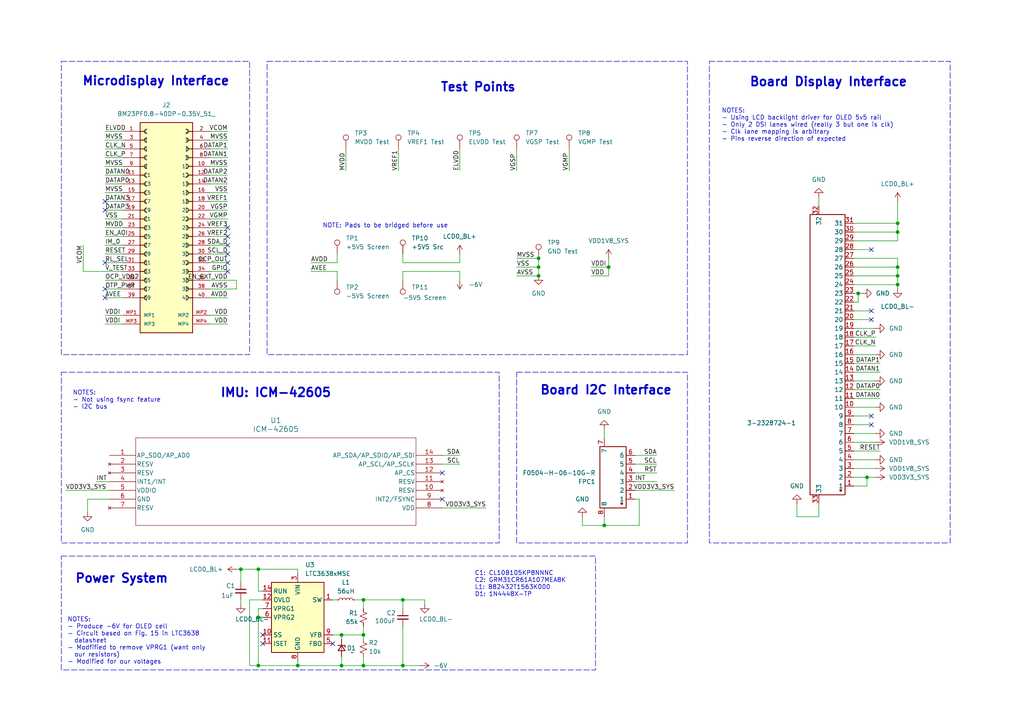
<source format=kicad_sch>
(kicad_sch (version 20250114) (generator "eeschema") (generator_version "9.0")
  (paper "A4")
  (title_block (title "E90 Microdisplay Adapter") (rev "0") (company "Swarthmore College") (comment 1 "Authors: Thomas Makin, Xezel Peshlakai"))
  (lib_symbols
    (symbol "2025-04-06_22-45-15:ICM-42605" (pin_names (offset 0.254))
      (property "Reference" "U" (at 48.26 10.16 0))
      (property "Value" "ICM-42605" (at 48.26 7.62 0))
      (symbol "ICM-42605_0_1"
        (polyline (pts (xy 7.62 5.08) (xy 7.62 -20.32)) (stroke (width 0.127)))
        (polyline (pts (xy 7.62 -20.32) (xy 88.9 -20.32)) (stroke (width 0.127)))
        (polyline (pts (xy 88.9 5.08) (xy 7.62 5.08)) (stroke (width 0.127)))
        (polyline (pts (xy 88.9 -20.32) (xy 88.9 5.08)) (stroke (width 0.127)))
        (pin bidirectional line (at 0 0 0) (length 7.62) (name "AP_SDO/AP_AD0") (number "1"))
        (pin no_connect line (at 0 -2.54 0) (length 7.62) (name "RESV") (number "2"))
        (pin no_connect line (at 0 -5.08 0) (length 7.62) (name "RESV") (number "3"))
        (pin bidirectional line (at 0 -7.62 0) (length 7.62) (name "INT1/INT") (number "4"))
        (pin power_in line (at 0 -10.16 0) (length 7.62) (name "VDDIO") (number "5"))
        (pin power_out line (at 0 -12.7 0) (length 7.62) (name "GND") (number "6"))
        (pin no_connect line (at 0 -15.24 0) (length 7.62) (name "RESV") (number "7"))
        (pin unspecified line (at 96.52 0 180) (length 7.62) (name "AP_SDA/AP_SDIO/AP_SDI") (number "14"))
        (pin unspecified line (at 96.52 -2.54 180) (length 7.62) (name "AP_SCL/AP_SCLK") (number "13"))
        (pin unspecified line (at 96.52 -5.08 180) (length 7.62) (name "AP_CS") (number "12"))
        (pin no_connect line (at 96.52 -7.62 180) (length 7.62) (name "RESV") (number "11"))
        (pin no_connect line (at 96.52 -10.16 180) (length 7.62) (name "RESV") (number "10"))
        (pin bidirectional line (at 96.52 -12.7 180) (length 7.62) (name "INT2/FSYNC") (number "9"))
        (pin power_in line (at 96.52 -15.24 180) (length 7.62) (name "VDD") (number "8"))
      )
    )
    (symbol "BM23PF0.8-40DS-0.35V_51_:BM23PF0.8-40DS-0.35V_51_" (pin_names (offset 1.016))
      (property "Reference" "J2" (at 0 33.02 0))
      (property "Value" "BM23PF0.8-40DP-0.35V_51_" (at 0 30.48 0))
      (symbol "BM23PF0.8-40DS-0.35V_51__0_0"
        (polyline (pts (xy -7.62 25.4) (xy -6.35 25.4)) (stroke (width 0.254)))
        (polyline (pts (xy -7.62 22.86) (xy -6.35 22.86)) (stroke (width 0.254)))
        (polyline (pts (xy -7.62 20.32) (xy -6.35 20.32)) (stroke (width 0.254)))
        (polyline (pts (xy -7.62 17.78) (xy -6.35 17.78)) (stroke (width 0.254)))
        (polyline (pts (xy -7.62 15.24) (xy -6.35 15.24)) (stroke (width 0.254)))
        (polyline (pts (xy -7.62 12.7) (xy -6.35 12.7)) (stroke (width 0.254)))
        (polyline (pts (xy -7.62 10.16) (xy -6.35 10.16)) (stroke (width 0.254)))
        (polyline (pts (xy -7.62 7.62) (xy -6.35 7.62)) (stroke (width 0.254)))
        (polyline (pts (xy -7.62 5.08) (xy -6.35 5.08)) (stroke (width 0.254)))
        (polyline (pts (xy -7.62 2.54) (xy -6.35 2.54)) (stroke (width 0.254)))
        (polyline (pts (xy -7.62 0) (xy -6.35 0)) (stroke (width 0.254)))
        (polyline (pts (xy -7.62 -2.54) (xy -6.35 -2.54)) (stroke (width 0.254)))
        (polyline (pts (xy -7.62 -5.08) (xy -6.35 -5.08)) (stroke (width 0.254)))
        (polyline (pts (xy -7.62 -7.62) (xy -6.35 -7.62)) (stroke (width 0.254)))
        (polyline (pts (xy -7.62 -10.16) (xy -6.35 -10.16)) (stroke (width 0.254)))
        (polyline (pts (xy -7.62 -12.7) (xy -6.35 -12.7)) (stroke (width 0.254)))
        (polyline (pts (xy -7.62 -15.24) (xy -6.35 -15.24)) (stroke (width 0.254)))
        (polyline (pts (xy -7.62 -17.78) (xy -6.35 -17.78)) (stroke (width 0.254)))
        (polyline (pts (xy -7.62 -20.32) (xy -6.35 -20.32)) (stroke (width 0.254)))
        (polyline (pts (xy -7.62 -22.86) (xy -6.35 -22.86)) (stroke (width 0.254)))
        (rectangle (start -7.62 -33.02) (end 7.62 27.94) (stroke (width 0.254)) (fill (type background)))
        (arc (start -5.715 24.765) (mid -6.3472 25.4) (end -5.715 26.035) (stroke (width 0.254)))
        (arc (start -5.715 22.225) (mid -6.3472 22.86) (end -5.715 23.495) (stroke (width 0.254)))
        (arc (start -5.715 19.685) (mid -6.3472 20.32) (end -5.715 20.955) (stroke (width 0.254)))
        (arc (start -5.715 17.145) (mid -6.3472 17.78) (end -5.715 18.415) (stroke (width 0.254)))
        (arc (start -5.715 14.605) (mid -6.3472 15.24) (end -5.715 15.875) (stroke (width 0.254)))
        (arc (start -5.715 12.065) (mid -6.3472 12.7) (end -5.715 13.335) (stroke (width 0.254)))
        (arc (start -5.715 9.525) (mid -6.3472 10.16) (end -5.715 10.795) (stroke (width 0.254)))
        (arc (start -5.715 6.985) (mid -6.3472 7.62) (end -5.715 8.255) (stroke (width 0.254)))
        (arc (start -5.715 4.445) (mid -6.3472 5.08) (end -5.715 5.715) (stroke (width 0.254)))
        (arc (start -5.715 1.905) (mid -6.3472 2.54) (end -5.715 3.175) (stroke (width 0.254)))
        (arc (start -5.715 -0.635) (mid -6.3472 0) (end -5.715 0.635) (stroke (width 0.254)))
        (arc (start -5.715 -3.175) (mid -6.3472 -2.54) (end -5.715 -1.905) (stroke (width 0.254)))
        (arc (start -5.715 -5.715) (mid -6.3472 -5.08) (end -5.715 -4.445) (stroke (width 0.254)))
        (arc (start -5.715 -8.255) (mid -6.3472 -7.62) (end -5.715 -6.985) (stroke (width 0.254)))
        (arc (start -5.715 -10.795) (mid -6.3472 -10.16) (end -5.715 -9.525) (stroke (width 0.254)))
        (arc (start -5.715 -13.335) (mid -6.3472 -12.7) (end -5.715 -12.065) (stroke (width 0.254)))
        (arc (start -5.715 -15.875) (mid -6.3472 -15.24) (end -5.715 -14.605) (stroke (width 0.254)))
        (arc (start -5.715 -18.415) (mid -6.3472 -17.78) (end -5.715 -17.145) (stroke (width 0.254)))
        (arc (start -5.715 -20.955) (mid -6.3472 -20.32) (end -5.715 -19.685) (stroke (width 0.254)))
        (arc (start -5.715 -23.495) (mid -6.3472 -22.86) (end -5.715 -22.225) (stroke (width 0.254)))
        (arc (start 5.715 26.035) (mid 6.3472 25.4) (end 5.715 24.765) (stroke (width 0.254)))
        (arc (start 5.715 23.495) (mid 6.3472 22.86) (end 5.715 22.225) (stroke (width 0.254)))
        (arc (start 5.715 20.955) (mid 6.3472 20.32) (end 5.715 19.685) (stroke (width 0.254)))
        (arc (start 5.715 18.415) (mid 6.3472 17.78) (end 5.715 17.145) (stroke (width 0.254)))
        (arc (start 5.715 15.875) (mid 6.3472 15.24) (end 5.715 14.605) (stroke (width 0.254)))
        (arc (start 5.715 13.335) (mid 6.3472 12.7) (end 5.715 12.065) (stroke (width 0.254)))
        (arc (start 5.715 10.795) (mid 6.3472 10.16) (end 5.715 9.525) (stroke (width 0.254)))
        (arc (start 5.715 8.255) (mid 6.3472 7.62) (end 5.715 6.985) (stroke (width 0.254)))
        (arc (start 5.715 5.715) (mid 6.3472 5.08) (end 5.715 4.445) (stroke (width 0.254)))
        (arc (start 5.715 3.175) (mid 6.3472 2.54) (end 5.715 1.905) (stroke (width 0.254)))
        (arc (start 5.715 0.635) (mid 6.3472 0) (end 5.715 -0.635) (stroke (width 0.254)))
        (arc (start 5.715 -1.905) (mid 6.3472 -2.54) (end 5.715 -3.175) (stroke (width 0.254)))
        (arc (start 5.715 -4.445) (mid 6.3472 -5.08) (end 5.715 -5.715) (stroke (width 0.254)))
        (arc (start 5.715 -6.985) (mid 6.3472 -7.62) (end 5.715 -8.255) (stroke (width 0.254)))
        (arc (start 5.715 -9.525) (mid 6.3472 -10.16) (end 5.715 -10.795) (stroke (width 0.254)))
        (arc (start 5.715 -12.065) (mid 6.3472 -12.7) (end 5.715 -13.335) (stroke (width 0.254)))
        (arc (start 5.715 -14.605) (mid 6.3472 -15.24) (end 5.715 -15.875) (stroke (width 0.254)))
        (arc (start 5.715 -17.145) (mid 6.3472 -17.78) (end 5.715 -18.415) (stroke (width 0.254)))
        (arc (start 5.715 -19.685) (mid 6.3472 -20.32) (end 5.715 -20.955) (stroke (width 0.254)))
        (arc (start 5.715 -22.225) (mid 6.3472 -22.86) (end 5.715 -23.495) (stroke (width 0.254)))
        (polyline (pts (xy 7.62 25.4) (xy 6.35 25.4)) (stroke (width 0.254)))
        (polyline (pts (xy 7.62 22.86) (xy 6.35 22.86)) (stroke (width 0.254)))
        (polyline (pts (xy 7.62 20.32) (xy 6.35 20.32)) (stroke (width 0.254)))
        (polyline (pts (xy 7.62 17.78) (xy 6.35 17.78)) (stroke (width 0.254)))
        (polyline (pts (xy 7.62 15.24) (xy 6.35 15.24)) (stroke (width 0.254)))
        (polyline (pts (xy 7.62 12.7) (xy 6.35 12.7)) (stroke (width 0.254)))
        (polyline (pts (xy 7.62 10.16) (xy 6.35 10.16)) (stroke (width 0.254)))
        (polyline (pts (xy 7.62 7.62) (xy 6.35 7.62)) (stroke (width 0.254)))
        (polyline (pts (xy 7.62 5.08) (xy 6.35 5.08)) (stroke (width 0.254)))
        (polyline (pts (xy 7.62 2.54) (xy 6.35 2.54)) (stroke (width 0.254)))
        (polyline (pts (xy 7.62 0) (xy 6.35 0)) (stroke (width 0.254)))
        (polyline (pts (xy 7.62 -2.54) (xy 6.35 -2.54)) (stroke (width 0.254)))
        (polyline (pts (xy 7.62 -5.08) (xy 6.35 -5.08)) (stroke (width 0.254)))
        (polyline (pts (xy 7.62 -7.62) (xy 6.35 -7.62)) (stroke (width 0.254)))
        (polyline (pts (xy 7.62 -10.16) (xy 6.35 -10.16)) (stroke (width 0.254)))
        (polyline (pts (xy 7.62 -12.7) (xy 6.35 -12.7)) (stroke (width 0.254)))
        (polyline (pts (xy 7.62 -15.24) (xy 6.35 -15.24)) (stroke (width 0.254)))
        (polyline (pts (xy 7.62 -17.78) (xy 6.35 -17.78)) (stroke (width 0.254)))
        (polyline (pts (xy 7.62 -20.32) (xy 6.35 -20.32)) (stroke (width 0.254)))
        (polyline (pts (xy 7.62 -22.86) (xy 6.35 -22.86)) (stroke (width 0.254)))
        (pin passive line (at -12.7 25.4 0) (length 5.08) (name "1") (number "1"))
        (pin passive line (at -12.7 22.86 0) (length 5.08) (name "3") (number "3"))
        (pin passive line (at -12.7 20.32 0) (length 5.08) (name "5") (number "5"))
        (pin passive line (at -12.7 17.78 0) (length 5.08) (name "7") (number "7"))
        (pin passive line (at -12.7 15.24 0) (length 5.08) (name "9") (number "9"))
        (pin passive line (at -12.7 12.7 0) (length 5.08) (name "11") (number "11"))
        (pin passive line (at -12.7 10.16 0) (length 5.08) (name "13") (number "13"))
        (pin passive line (at -12.7 7.62 0) (length 5.08) (name "15") (number "15"))
        (pin passive line (at -12.7 5.08 0) (length 5.08) (name "17") (number "17"))
        (pin passive line (at -12.7 2.54 0) (length 5.08) (name "19") (number "19"))
        (pin passive line (at -12.7 0 0) (length 5.08) (name "21") (number "21"))
        (pin passive line (at -12.7 -2.54 0) (length 5.08) (name "23") (number "23"))
        (pin passive line (at -12.7 -5.08 0) (length 5.08) (name "25") (number "25"))
        (pin passive line (at -12.7 -7.62 0) (length 5.08) (name "27") (number "27"))
        (pin passive line (at -12.7 -10.16 0) (length 5.08) (name "29") (number "29"))
        (pin passive line (at -12.7 -12.7 0) (length 5.08) (name "31") (number "31"))
        (pin passive line (at -12.7 -15.24 0) (length 5.08) (name "33") (number "33"))
        (pin passive line (at -12.7 -17.78 0) (length 5.08) (name "35") (number "35"))
        (pin passive line (at -12.7 -20.32 0) (length 5.08) (name "37") (number "37"))
        (pin passive line (at -12.7 -22.86 0) (length 5.08) (name "39") (number "39"))
        (pin passive line (at 12.7 25.4 180) (length 5.08) (name "2") (number "2"))
        (pin passive line (at 12.7 22.86 180) (length 5.08) (name "4") (number "4"))
        (pin passive line (at 12.7 20.32 180) (length 5.08) (name "6") (number "6"))
        (pin passive line (at 12.7 17.78 180) (length 5.08) (name "8") (number "8"))
        (pin passive line (at 12.7 15.24 180) (length 5.08) (name "10") (number "10"))
        (pin passive line (at 12.7 12.7 180) (length 5.08) (name "12") (number "12"))
        (pin passive line (at 12.7 10.16 180) (length 5.08) (name "14") (number "14"))
        (pin passive line (at 12.7 7.62 180) (length 5.08) (name "16") (number "16"))
        (pin passive line (at 12.7 5.08 180) (length 5.08) (name "18") (number "18"))
        (pin passive line (at 12.7 2.54 180) (length 5.08) (name "20") (number "20"))
        (pin passive line (at 12.7 0 180) (length 5.08) (name "22") (number "22"))
        (pin passive line (at 12.7 -2.54 180) (length 5.08) (name "24") (number "24"))
        (pin passive line (at 12.7 -5.08 180) (length 5.08) (name "26") (number "26"))
        (pin passive line (at 12.7 -7.62 180) (length 5.08) (name "28") (number "28"))
        (pin passive line (at 12.7 -10.16 180) (length 5.08) (name "30") (number "30"))
        (pin passive line (at 12.7 -12.7 180) (length 5.08) (name "32") (number "32"))
        (pin passive line (at 12.7 -15.24 180) (length 5.08) (name "34") (number "34"))
        (pin passive line (at 12.7 -17.78 180) (length 5.08) (name "36") (number "36"))
        (pin passive line (at 12.7 -20.32 180) (length 5.08) (name "38") (number "38"))
        (pin passive line (at 12.7 -22.86 180) (length 5.08) (name "40") (number "40"))
      )
      (symbol "BM23PF0.8-40DS-0.35V_51__1_0"
        (pin power_in line (at -12.7 -27.94 0) (length 5.08) (name "MP1") (number "MP1"))
        (pin power_in line (at -12.7 -30.48 0) (length 5.08) (name "MP3") (number "MP3"))
        (pin power_in line (at 12.7 -27.94 180) (length 5.08) (name "MP2") (number "MP2"))
        (pin power_in line (at 12.7 -30.48 180) (length 5.08) (name "MP4") (number "MP4"))
      )
    )
    (symbol "Connector:TestPoint" (pin_numbers (hide yes)) (pin_names (offset 0.762) (hide yes))
      (property "Reference" "TP" (at 0 6.858 0))
      (property "Value" "TestPoint" (at 0 5.08 0))
      (symbol "TestPoint_0_1"
        (circle (center 0 3.302) (radius 0.762))
      )
      (symbol "TestPoint_1_1"
        (pin passive line (at 0 0 90) (length 2.54) (name "1") (number "1"))
      )
    )
    (symbol "Device:C_Small" (pin_numbers (hide yes)) (pin_names (offset 0.254) (hide yes))
      (property "Reference" "C" (at 0.254 1.778 0))
      (property "Value" "C_Small" (at 0.254 -2.032 0))
      (symbol "C_Small_0_1"
        (polyline (pts (xy -1.524 0.508) (xy 1.524 0.508)) (stroke (width 0.3048)))
        (polyline (pts (xy -1.524 -0.508) (xy 1.524 -0.508)) (stroke (width 0.3302)))
      )
      (symbol "C_Small_1_1"
        (pin passive line (at 0 2.54 270) (length 2.032) (name "~") (number "1"))
        (pin passive line (at 0 -2.54 90) (length 2.032) (name "~") (number "2"))
      )
    )
    (symbol "Device:D_Zener_Small" (pin_numbers (hide yes)) (pin_names (offset 0.254) (hide yes))
      (property "Reference" "D" (at 0 2.286 0))
      (property "Value" "D_Zener_Small" (at 0 -2.286 0))
      (symbol "D_Zener_Small_0_1"
        (polyline (pts (xy -0.254 1.016) (xy -0.762 1.016) (xy -0.762 -1.016)) (stroke (width 0.254)))
        (polyline (pts (xy 0.762 1.016) (xy -0.762 0) (xy 0.762 -1.016) (xy 0.762 1.016)) (stroke (width 0.254)))
        (polyline (pts (xy 0.762 0) (xy -0.762 0)))
      )
      (symbol "D_Zener_Small_1_1"
        (pin passive line (at -2.54 0 0) (length 1.778) (name "K") (number "1"))
        (pin passive line (at 2.54 0 180) (length 1.778) (name "A") (number "2"))
      )
    )
    (symbol "Device:L_Small" (pin_numbers (hide yes)) (pin_names (offset 0.254) (hide yes))
      (property "Reference" "L" (at 0.762 1.016 0))
      (property "Value" "L_Small" (at 0.762 -1.016 0))
      (symbol "L_Small_0_1"
        (arc (start 0 2.032) (mid 0.5058 1.524) (end 0 1.016))
        (arc (start 0 1.016) (mid 0.5058 0.508) (end 0 0))
        (arc (start 0 0) (mid 0.5058 -0.508) (end 0 -1.016))
        (arc (start 0 -1.016) (mid 0.5058 -1.524) (end 0 -2.032))
      )
      (symbol "L_Small_1_1"
        (pin passive line (at 0 2.54 270) (length 0.508) (name "~") (number "1"))
        (pin passive line (at 0 -2.54 90) (length 0.508) (name "~") (number "2"))
      )
    )
    (symbol "Device:R_Small_US" (pin_numbers (hide yes)) (pin_names (offset 0.254) (hide yes))
      (property "Reference" "R" (at 0.762 0.508 0))
      (property "Value" "R_Small_US" (at 0.762 -1.016 0))
      (symbol "R_Small_US_1_1"
        (polyline (pts (xy 0 1.524) (xy 1.016 1.143) (xy 0 0.762) (xy -1.016 0.381) (xy 0 0)))
        (polyline (pts (xy 0 0) (xy 1.016 -0.381) (xy 0 -0.762) (xy -1.016 -1.143) (xy 0 -1.524)))
        (pin passive line (at 0 2.54 270) (length 1.016) (name "~") (number "1"))
        (pin passive line (at 0 -2.54 90) (length 1.016) (name "~") (number "2"))
      )
    )
    (symbol "Regulator_Switching:LTC3638xMSE"
      (property "Reference" "U" (at -7.874 11.43 0))
      (property "Value" "LTC3638xMSE" (at 1.016 11.43 0))
      (symbol "LTC3638xMSE_0_1"
        (rectangle (start -7.62 10.16) (end 7.62 -10.16) (stroke (width 0.254)) (fill (type background)))
      )
      (symbol "LTC3638xMSE_1_1"
        (pin input line (at -10.16 7.62 0) (length 2.54) (name "RUN") (number "14"))
        (pin input line (at -10.16 5.08 0) (length 2.54) (name "OVLO") (number "12"))
        (pin input line (at -10.16 2.54 0) (length 2.54) (name "VPRG1") (number "7"))
        (pin input line (at -10.16 0 0) (length 2.54) (name "VPRG2") (number "6"))
        (pin passive line (at -10.16 -5.08 0) (length 2.54) (name "SS") (number "10"))
        (pin passive line (at -10.16 -7.62 0) (length 2.54) (name "ISET") (number "11"))
        (pin power_in line (at 0 12.7 270) (length 2.54) (name "VIN") (number "3"))
        (pin passive line (at 0 -12.7 90) (length 2.54) (hide yes) (name "GND") (number "16"))
        (pin passive line (at 0 -12.7 90) (length 2.54) (hide yes) (name "GND") (number "17"))
        (pin power_in line (at 0 -12.7 90) (length 2.54) (name "GND") (number "8"))
        (pin passive line (at 10.16 5.08 180) (length 2.54) (name "SW") (number "1"))
        (pin input line (at 10.16 -5.08 180) (length 2.54) (name "VFB") (number "9"))
        (pin output line (at 10.16 -7.62 180) (length 2.54) (name "FBO") (number "5"))
      )
    )
    (symbol "bacon:0.3K-QX-31PWB"
      (property "Reference" "FPC?" (at 0 0 0))
      (property "Value" "0.3K-QX-31PWB" (at 0 0 0))
      (symbol "0.3K-QX-31PWB_0_0"
        (rectangle (start -2.54 40.64) (end 7.62 -40.64) (stroke (width 0.254)))
        (circle (center -1.27 39.37) (radius 0.254) (stroke (width 0.254)) (fill (type outline)))
        (pin unspecified line (at -5.08 38.1 0) (length 2.54) (name "1") (number "1"))
        (pin unspecified line (at -5.08 35.56 0) (length 2.54) (name "2") (number "2"))
        (pin unspecified line (at -5.08 33.02 0) (length 2.54) (name "3") (number "3"))
        (pin unspecified line (at -5.08 30.48 0) (length 2.54) (name "4") (number "4"))
        (pin unspecified line (at -5.08 27.94 0) (length 2.54) (name "5") (number "5"))
        (pin unspecified line (at -5.08 25.4 0) (length 2.54) (name "6") (number "6"))
        (pin unspecified line (at -5.08 22.86 0) (length 2.54) (name "7") (number "7"))
        (pin unspecified line (at -5.08 20.32 0) (length 2.54) (name "8") (number "8"))
        (pin unspecified line (at -5.08 17.78 0) (length 2.54) (name "9") (number "9"))
        (pin unspecified line (at -5.08 15.24 0) (length 2.54) (name "10") (number "10"))
        (pin unspecified line (at -5.08 12.7 0) (length 2.54) (name "11") (number "11"))
        (pin unspecified line (at -5.08 10.16 0) (length 2.54) (name "12") (number "12"))
        (pin unspecified line (at -5.08 7.62 0) (length 2.54) (name "13") (number "13"))
        (pin unspecified line (at -5.08 5.08 0) (length 2.54) (name "14") (number "14"))
        (pin unspecified line (at -5.08 2.54 0) (length 2.54) (name "15") (number "15"))
        (pin unspecified line (at -5.08 0 0) (length 2.54) (name "16") (number "16"))
        (pin unspecified line (at -5.08 -2.54 0) (length 2.54) (name "17") (number "17"))
        (pin unspecified line (at -5.08 -5.08 0) (length 2.54) (name "18") (number "18"))
        (pin unspecified line (at -5.08 -7.62 0) (length 2.54) (name "19") (number "19"))
        (pin unspecified line (at -5.08 -10.16 0) (length 2.54) (name "20") (number "20"))
        (pin unspecified line (at -5.08 -12.7 0) (length 2.54) (name "21") (number "21"))
        (pin unspecified line (at -5.08 -15.24 0) (length 2.54) (name "22") (number "22"))
        (pin unspecified line (at -5.08 -17.78 0) (length 2.54) (name "23") (number "23"))
        (pin unspecified line (at -5.08 -20.32 0) (length 2.54) (name "24") (number "24"))
        (pin unspecified line (at -5.08 -22.86 0) (length 2.54) (name "25") (number "25"))
        (pin unspecified line (at -5.08 -25.4 0) (length 2.54) (name "26") (number "26"))
        (pin unspecified line (at -5.08 -27.94 0) (length 2.54) (name "27") (number "27"))
        (pin unspecified line (at -5.08 -30.48 0) (length 2.54) (name "28") (number "28"))
        (pin unspecified line (at -5.08 -33.02 0) (length 2.54) (name "29") (number "29"))
        (pin unspecified line (at -5.08 -35.56 0) (length 2.54) (name "30") (number "30"))
        (pin unspecified line (at -5.08 -38.1 0) (length 2.54) (name "31") (number "31"))
        (pin unspecified line (at 5.08 43.18 270) (length 2.54) (name "33") (number "33"))
        (pin unspecified line (at 5.08 -43.18 90) (length 2.54) (name "32") (number "32"))
      )
    )
    (symbol "bacon:F0504-H-06-10G-R"
      (property "Reference" "FPC?" (at 0 0 0))
      (property "Value" "F0504-H-06-10G-R" (at 0 0 0))
      (symbol "F0504-H-06-10G-R_0_0"
        (rectangle (start -2.54 8.89) (end 5.08 -8.89) (stroke (width 0.254)))
        (circle (center -1.27 7.62) (radius 0.254) (stroke (width 0.254)) (fill (type outline)))
        (pin unspecified line (at -5.08 6.35 0) (length 2.54) (name "1") (number "1"))
        (pin unspecified line (at -5.08 3.81 0) (length 2.54) (name "2") (number "2"))
        (pin unspecified line (at -5.08 1.27 0) (length 2.54) (name "3") (number "3"))
        (pin unspecified line (at -5.08 -1.27 0) (length 2.54) (name "4") (number "4"))
        (pin unspecified line (at -5.08 -3.81 0) (length 2.54) (name "5") (number "5"))
        (pin unspecified line (at -5.08 -6.35 0) (length 2.54) (name "6") (number "6"))
        (pin unspecified line (at 3.81 11.43 270) (length 2.54) (name "8") (number "8"))
        (pin unspecified line (at 3.81 -11.43 90) (length 2.54) (name "7") (number "7"))
      )
    )
    (symbol "power:+3.3VDAC" (power) (pin_numbers (hide yes)) (pin_names (offset 0) (hide yes))
      (property "Value" "+3.3VDAC" (at 0 3.556 0))
      (symbol "+3.3VDAC_0_0"
        (pin power_in line (at 0 0 90) (length 0) (name "~") (number "1"))
      )
      (symbol "+3.3VDAC_0_1"
        (polyline (pts (xy -0.762 1.27) (xy 0 2.54)))
        (polyline (pts (xy 0 2.54) (xy 0.762 1.27)))
        (polyline (pts (xy 0 0) (xy 0 2.54)))
      )
    )
    (symbol "power:+5V" (power) (pin_numbers (hide yes)) (pin_names (offset 0) (hide yes))
      (property "Value" "+5V" (at 0 3.556 0))
      (symbol "+5V_0_1"
        (polyline (pts (xy -0.762 1.27) (xy 0 2.54)))
        (polyline (pts (xy 0 2.54) (xy 0.762 1.27)))
        (polyline (pts (xy 0 0) (xy 0 2.54)))
      )
      (symbol "+5V_1_1"
        (pin power_in line (at 0 0 90) (length 0) (name "~") (number "1"))
      )
    )
    (symbol "power:GND" (power) (pin_numbers (hide yes)) (pin_names (offset 0) (hide yes))
      (property "Value" "GND" (at 0 -3.81 0))
      (symbol "GND_0_1"
        (polyline (pts (xy 0 0) (xy 0 -1.27) (xy 1.27 -1.27) (xy 0 -2.54) (xy -1.27 -1.27) (xy 0 -1.27)))
      )
      (symbol "GND_1_1"
        (pin power_in line (at 0 0 270) (length 0) (name "~") (number "1"))
      )
    )
    (symbol "power:VDD" (power) (pin_numbers (hide yes)) (pin_names (offset 0) (hide yes))
      (property "Value" "VDD" (at 0 3.556 0))
      (symbol "VDD_0_1"
        (polyline (pts (xy -0.762 1.27) (xy 0 2.54)))
        (polyline (pts (xy 0 2.54) (xy 0.762 1.27)))
        (polyline (pts (xy 0 0) (xy 0 2.54)))
      )
      (symbol "VDD_1_1"
        (pin power_in line (at 0 0 90) (length 0) (name "~") (number "1"))
      )
    )
  )
  (rectangle (start 149.86 107.95) (end 199.39 157.48) (stroke (width 0) (type dash)))
  (rectangle (start 17.78 107.95) (end 144.78 157.48) (stroke (width 0) (type dash)))
  (rectangle (start 17.78 161.29) (end 172.72 194.31) (stroke (width 0) (type dash)))
  (rectangle (start 17.78 17.78) (end 72.39 102.87) (stroke (width 0) (type dash)))
  (rectangle (start 205.74 17.78) (end 275.59 157.48) (stroke (width 0) (type dash)))
  (rectangle (start 77.47 17.78) (end 199.39 102.87) (stroke (width 0) (type dash)))
  (text "NOTES:\n- Not using fsync feature\n- I2C bus" (at 21.082 116.078 0) (effects (font (size 1.27 1.27)) (justify left)))
  (text "Board Display Interface" (at 240.284 23.876 0) (effects (font (size 2.54 2.54) (thickness 0.508) (bold yes))))
  (text "Power System" (at 35.306 167.894 0) (effects (font (size 2.54 2.54) (thickness 0.508) (bold yes))))
  (text "NOTE: Pads to be bridged before use" (at 111.76 65.532 0) (effects (font (size 1.27 1.27))))
  (text "Test Points" (at 138.684 25.4 0) (effects (font (size 2.54 2.54) (thickness 0.508) (bold yes))))
  (text "NOTES:\n- Using LCD backlight driver for OLED 5v5 rail\n- Only 2 DSI lanes wired (really 3 but one is clk)\n- Clk lane mapping is arbitrary\n- Pins reverse direction of expected" (at 209.296 36.322 0) (effects (font (size 1.27 1.27)) (justify left)))
  (text "Board I2C Interface" (at 175.768 113.284 0) (effects (font (size 2.54 2.54) (thickness 0.508) (bold yes))))
  (text "NOTES:\n- Produce -6V for OLED cell\n- Circuit based on Fig. 15 in LTC3638\n  datasheet\n- Modfified to remove VPRG1 (want only\n  our resistors)\n- Modified for our voltages" (at 19.558 185.928 0) (effects (font (size 1.27 1.27)) (justify left)))
  (text "IMU: ICM-42605" (at 80.01 114.046 0) (effects (font (size 2.54 2.54) (thickness 0.508) (bold yes))))
  (text "Microdisplay Interface" (at 45.212 23.622 0) (effects (font (size 2.54 2.54) (thickness 0.508) (bold yes))))
  (text "C1: CL10B105KP8NNNC\nC2: GRM31CR61A107MEA8K\nL1: B82432T1563K000\nD1: 1N4448X-TP" (at 137.668 169.418 0) (effects (font (size 1.27 1.27)) (justify left)))
  (junction (at 156.21 77.47))
  (junction (at 69.85 165.1))
  (junction (at 105.41 184.15))
  (junction (at 116.84 173.99))
  (junction (at 156.21 80.01))
  (junction (at 74.93 179.07))
  (junction (at 251.46 138.43))
  (junction (at 260.35 80.01))
  (junction (at 86.36 193.04))
  (junction (at 74.93 193.04))
  (junction (at 248.92 85.09))
  (junction (at 105.41 193.04))
  (junction (at 99.06 193.04))
  (junction (at 74.93 165.1))
  (junction (at 260.35 82.55))
  (junction (at 176.53 77.47))
  (junction (at 175.26 152.4))
  (junction (at 116.84 193.04))
  (junction (at 99.06 184.15))
  (junction (at 260.35 77.47))
  (junction (at 105.41 173.99))
  (junction (at 156.21 74.93))
  (junction (at 260.35 64.77))
  (junction (at 260.35 67.31))
  (no_connect (at 30.48 83.82))
  (no_connect (at 252.73 123.19))
  (no_connect (at 66.04 73.66))
  (no_connect (at 252.73 92.71))
  (no_connect (at 66.04 78.74))
  (no_connect (at 76.2 186.69))
  (no_connect (at 66.04 71.12))
  (no_connect (at 252.73 90.17))
  (no_connect (at 30.48 76.2))
  (no_connect (at 76.2 184.15))
  (no_connect (at 30.48 86.36))
  (no_connect (at 66.04 66.04))
  (no_connect (at 30.48 60.96))
  (no_connect (at 30.48 58.42))
  (no_connect (at 128.27 137.16))
  (no_connect (at 128.27 144.78))
  (no_connect (at 66.04 68.58))
  (no_connect (at 66.04 76.2))
  (no_connect (at 252.73 72.39))
  (no_connect (at 96.52 186.69))
  (no_connect (at 252.73 120.65))
  (wire (pts (xy 185.42 144.78) (xy 185.42 152.4)))
  (wire (pts (xy 250.19 85.09) (xy 248.92 85.09)))
  (wire (pts (xy 247.65 67.31) (xy 260.35 67.31)))
  (wire (pts (xy 116.84 173.99) (xy 123.19 173.99)))
  (wire (pts (xy 156.21 80.01) (xy 156.21 77.47)))
  (wire (pts (xy 133.35 43.18) (xy 133.35 49.53)))
  (wire (pts (xy 260.35 82.55) (xy 247.65 82.55)))
  (wire (pts (xy 74.93 165.1) (xy 74.93 171.45)))
  (wire (pts (xy 254 102.87) (xy 247.65 102.87)))
  (wire (pts (xy 60.96 78.74) (xy 66.04 78.74)))
  (wire (pts (xy 74.93 176.53) (xy 76.2 176.53)))
  (wire (pts (xy 97.79 81.28) (xy 97.79 78.74)))
  (wire (pts (xy 30.48 91.44) (xy 35.56 91.44)))
  (wire (pts (xy 190.5 132.08) (xy 184.15 132.08)))
  (wire (pts (xy 74.93 165.1) (xy 86.36 165.1)))
  (wire (pts (xy 30.48 58.42) (xy 35.56 58.42)))
  (wire (pts (xy 30.48 66.04) (xy 35.56 66.04)))
  (wire (pts (xy 176.53 74.93) (xy 176.53 77.47)))
  (wire (pts (xy 184.15 139.7) (xy 190.5 139.7)))
  (wire (pts (xy 248.92 85.09) (xy 248.92 87.63)))
  (wire (pts (xy 149.86 80.01) (xy 156.21 80.01)))
  (wire (pts (xy 116.84 173.99) (xy 116.84 176.53)))
  (wire (pts (xy 105.41 173.99) (xy 116.84 173.99)))
  (wire (pts (xy 96.52 173.99) (xy 97.79 173.99)))
  (wire (pts (xy 76.2 171.45) (xy 74.93 171.45)))
  (wire (pts (xy 30.48 45.72) (xy 35.56 45.72)))
  (wire (pts (xy 254 100.33) (xy 247.65 100.33)))
  (wire (pts (xy 30.48 55.88) (xy 35.56 55.88)))
  (wire (pts (xy 60.96 81.28) (xy 68.58 81.28)))
  (wire (pts (xy 149.86 77.47) (xy 156.21 77.47)))
  (wire (pts (xy 76.2 173.99) (xy 72.39 173.99)))
  (wire (pts (xy 260.35 83.82) (xy 260.35 82.55)))
  (wire (pts (xy 260.35 64.77) (xy 260.35 67.31)))
  (wire (pts (xy 184.15 142.24) (xy 195.58 142.24)))
  (wire (pts (xy 96.52 184.15) (xy 99.06 184.15)))
  (wire (pts (xy 252.73 123.19) (xy 247.65 123.19)))
  (wire (pts (xy 60.96 91.44) (xy 66.04 91.44)))
  (wire (pts (xy 260.35 64.77) (xy 260.35 58.42)))
  (wire (pts (xy 100.33 43.18) (xy 100.33 49.53)))
  (wire (pts (xy 260.35 69.85) (xy 247.65 69.85)))
  (wire (pts (xy 60.96 53.34) (xy 66.04 53.34)))
  (wire (pts (xy 149.86 43.18) (xy 149.86 49.53)))
  (wire (pts (xy 168.91 152.4) (xy 168.91 149.86)))
  (wire (pts (xy 72.39 173.99) (xy 72.39 193.04)))
  (wire (pts (xy 175.26 149.86) (xy 175.26 152.4)))
  (wire (pts (xy 175.26 124.46) (xy 175.26 127)))
  (wire (pts (xy 60.96 43.18) (xy 66.04 43.18)))
  (wire (pts (xy 247.65 85.09) (xy 248.92 85.09)))
  (wire (pts (xy 247.65 64.77) (xy 260.35 64.77)))
  (wire (pts (xy 60.96 83.82) (xy 68.58 83.82)))
  (wire (pts (xy 105.41 190.5) (xy 105.41 193.04)))
  (wire (pts (xy 116.84 193.04) (xy 121.92 193.04)))
  (wire (pts (xy 30.48 76.2) (xy 35.56 76.2)))
  (wire (pts (xy 30.48 53.34) (xy 35.56 53.34)))
  (wire (pts (xy 27.94 139.7) (xy 31.75 139.7)))
  (wire (pts (xy 252.73 90.17) (xy 247.65 90.17)))
  (wire (pts (xy 128.27 134.62) (xy 133.35 134.62)))
  (wire (pts (xy 116.84 193.04) (xy 105.41 193.04)))
  (wire (pts (xy 175.26 152.4) (xy 168.91 152.4)))
  (wire (pts (xy 60.96 86.36) (xy 66.04 86.36)))
  (wire (pts (xy 102.87 173.99) (xy 105.41 173.99)))
  (wire (pts (xy 184.15 144.78) (xy 185.42 144.78)))
  (wire (pts (xy 260.35 80.01) (xy 247.65 80.01)))
  (wire (pts (xy 19.05 142.24) (xy 31.75 142.24)))
  (wire (pts (xy 133.35 73.66) (xy 133.35 76.2)))
  (wire (pts (xy 30.48 68.58) (xy 35.56 68.58)))
  (wire (pts (xy 60.96 68.58) (xy 66.04 68.58)))
  (wire (pts (xy 30.48 71.12) (xy 35.56 71.12)))
  (wire (pts (xy 30.48 83.82) (xy 35.56 83.82)))
  (wire (pts (xy 69.85 173.99) (xy 69.85 175.26)))
  (wire (pts (xy 30.48 73.66) (xy 35.56 73.66)))
  (wire (pts (xy 60.96 40.64) (xy 66.04 40.64)))
  (wire (pts (xy 149.86 74.93) (xy 156.21 74.93)))
  (wire (pts (xy 128.27 147.32) (xy 140.97 147.32)))
  (wire (pts (xy 254 97.79) (xy 247.65 97.79)))
  (wire (pts (xy 24.13 71.12) (xy 24.13 78.74)))
  (wire (pts (xy 255.27 113.03) (xy 247.65 113.03)))
  (wire (pts (xy 116.84 181.61) (xy 116.84 193.04)))
  (wire (pts (xy 165.1 43.18) (xy 165.1 49.53)))
  (wire (pts (xy 60.96 66.04) (xy 66.04 66.04)))
  (wire (pts (xy 251.46 140.97) (xy 251.46 138.43)))
  (wire (pts (xy 254 128.27) (xy 247.65 128.27)))
  (wire (pts (xy 185.42 152.4) (xy 175.26 152.4)))
  (wire (pts (xy 86.36 165.1) (xy 86.36 166.37)))
  (wire (pts (xy 133.35 76.2) (xy 116.84 76.2)))
  (wire (pts (xy 237.49 149.86) (xy 231.14 149.86)))
  (wire (pts (xy 30.48 43.18) (xy 35.56 43.18)))
  (wire (pts (xy 251.46 138.43) (xy 254 138.43)))
  (wire (pts (xy 248.92 87.63) (xy 247.65 87.63)))
  (wire (pts (xy 76.2 179.07) (xy 74.93 179.07)))
  (wire (pts (xy 255.27 105.41) (xy 247.65 105.41)))
  (wire (pts (xy 74.93 193.04) (xy 86.36 193.04)))
  (wire (pts (xy 260.35 82.55) (xy 260.35 80.01)))
  (wire (pts (xy 255.27 107.95) (xy 247.65 107.95)))
  (wire (pts (xy 25.4 144.78) (xy 25.4 148.59)))
  (wire (pts (xy 171.45 77.47) (xy 176.53 77.47)))
  (wire (pts (xy 171.45 80.01) (xy 176.53 80.01)))
  (wire (pts (xy 74.93 176.53) (xy 74.93 179.07)))
  (wire (pts (xy 105.41 173.99) (xy 105.41 176.53)))
  (wire (pts (xy 99.06 190.5) (xy 99.06 193.04)))
  (wire (pts (xy 60.96 38.1) (xy 66.04 38.1)))
  (wire (pts (xy 254 118.11) (xy 247.65 118.11)))
  (wire (pts (xy 30.48 86.36) (xy 35.56 86.36)))
  (wire (pts (xy 24.13 78.74) (xy 35.56 78.74)))
  (wire (pts (xy 190.5 137.16) (xy 184.15 137.16)))
  (wire (pts (xy 116.84 78.74) (xy 133.35 78.74)))
  (wire (pts (xy 30.48 38.1) (xy 35.56 38.1)))
  (wire (pts (xy 60.96 58.42) (xy 66.04 58.42)))
  (wire (pts (xy 30.48 63.5) (xy 35.56 63.5)))
  (wire (pts (xy 116.84 81.28) (xy 116.84 78.74)))
  (wire (pts (xy 156.21 77.47) (xy 156.21 74.93)))
  (wire (pts (xy 254 133.35) (xy 247.65 133.35)))
  (wire (pts (xy 176.53 77.47) (xy 176.53 80.01)))
  (wire (pts (xy 237.49 146.05) (xy 237.49 149.86)))
  (wire (pts (xy 252.73 120.65) (xy 247.65 120.65)))
  (wire (pts (xy 133.35 78.74) (xy 133.35 81.28)))
  (wire (pts (xy 69.85 165.1) (xy 69.85 168.91)))
  (wire (pts (xy 60.96 45.72) (xy 66.04 45.72)))
  (wire (pts (xy 30.48 81.28) (xy 35.56 81.28)))
  (wire (pts (xy 254 110.49) (xy 247.65 110.49)))
  (wire (pts (xy 260.35 67.31) (xy 260.35 69.85)))
  (wire (pts (xy 254 95.25) (xy 247.65 95.25)))
  (wire (pts (xy 60.96 63.5) (xy 66.04 63.5)))
  (wire (pts (xy 69.85 165.1) (xy 74.93 165.1)))
  (wire (pts (xy 105.41 181.61) (xy 105.41 184.15)))
  (wire (pts (xy 72.39 193.04) (xy 74.93 193.04)))
  (wire (pts (xy 60.96 50.8) (xy 66.04 50.8)))
  (wire (pts (xy 86.36 193.04) (xy 99.06 193.04)))
  (wire (pts (xy 115.57 43.18) (xy 115.57 49.53)))
  (wire (pts (xy 252.73 92.71) (xy 247.65 92.71)))
  (wire (pts (xy 60.96 48.26) (xy 66.04 48.26)))
  (wire (pts (xy 128.27 132.08) (xy 133.35 132.08)))
  (wire (pts (xy 30.48 60.96) (xy 35.56 60.96)))
  (wire (pts (xy 105.41 184.15) (xy 105.41 185.42)))
  (wire (pts (xy 74.93 179.07) (xy 74.93 193.04)))
  (wire (pts (xy 97.79 76.2) (xy 97.79 73.66)))
  (wire (pts (xy 190.5 134.62) (xy 184.15 134.62)))
  (wire (pts (xy 30.48 48.26) (xy 35.56 48.26)))
  (wire (pts (xy 60.96 76.2) (xy 66.04 76.2)))
  (wire (pts (xy 90.17 78.74) (xy 97.79 78.74)))
  (wire (pts (xy 116.84 76.2) (xy 116.84 73.66)))
  (wire (pts (xy 231.14 149.86) (xy 231.14 146.05)))
  (wire (pts (xy 255.27 115.57) (xy 247.65 115.57)))
  (wire (pts (xy 260.35 74.93) (xy 247.65 74.93)))
  (wire (pts (xy 30.48 93.98) (xy 35.56 93.98)))
  (wire (pts (xy 60.96 71.12) (xy 66.04 71.12)))
  (wire (pts (xy 254 135.89) (xy 247.65 135.89)))
  (wire (pts (xy 251.46 138.43) (xy 247.65 138.43)))
  (wire (pts (xy 68.58 165.1) (xy 69.85 165.1)))
  (wire (pts (xy 68.58 81.28) (xy 68.58 83.82)))
  (wire (pts (xy 99.06 184.15) (xy 105.41 184.15)))
  (wire (pts (xy 123.19 175.26) (xy 123.19 173.99)))
  (wire (pts (xy 237.49 59.69) (xy 237.49 57.15)))
  (wire (pts (xy 90.17 76.2) (xy 97.79 76.2)))
  (wire (pts (xy 31.75 144.78) (xy 25.4 144.78)))
  (wire (pts (xy 105.41 193.04) (xy 99.06 193.04)))
  (wire (pts (xy 60.96 73.66) (xy 66.04 73.66)))
  (wire (pts (xy 260.35 77.47) (xy 260.35 80.01)))
  (wire (pts (xy 260.35 74.93) (xy 260.35 77.47)))
  (wire (pts (xy 60.96 93.98) (xy 66.04 93.98)))
  (wire (pts (xy 252.73 72.39) (xy 247.65 72.39)))
  (wire (pts (xy 30.48 50.8) (xy 35.56 50.8)))
  (wire (pts (xy 86.36 191.77) (xy 86.36 193.04)))
  (wire (pts (xy 60.96 55.88) (xy 66.04 55.88)))
  (wire (pts (xy 260.35 77.47) (xy 247.65 77.47)))
  (wire (pts (xy 99.06 184.15) (xy 99.06 185.42)))
  (wire (pts (xy 254 125.73) (xy 247.65 125.73)))
  (wire (pts (xy 247.65 140.97) (xy 251.46 140.97)))
  (wire (pts (xy 30.48 40.64) (xy 35.56 40.64)))
  (wire (pts (xy 60.96 60.96) (xy 66.04 60.96)))
  (wire (pts (xy 255.27 130.81) (xy 247.65 130.81)))
  (label "AVEE" (at 30.48 86.36 0))
  (label "GPIO" (at 66.04 78.74 180))
  (label "VDD3V3_SYS" (at 19.05 142.24 0))
  (label "VSS" (at 30.48 63.5 0))
  (label "VREF3" (at 66.04 66.04 180))
  (label "SCL" (at 190.5 134.62 180))
  (label "OCP_OUT" (at 66.04 76.2 180))
  (label "MVSS" (at 30.48 40.64 0))
  (label "DATAN0" (at 30.48 50.8 0))
  (label "MVSS" (at 66.04 40.64 180))
  (label "MVDD" (at 30.48 66.04 0))
  (label "V_TEST" (at 30.48 78.74 0))
  (label "CLK_P" (at 30.48 45.72 0))
  (label "SDA" (at 133.35 132.08 180))
  (label "VSS" (at 66.04 55.88 180))
  (label "SDA_D" (at 66.04 71.12 180))
  (label "RESET" (at 255.27 130.81 180))
  (label "INT" (at 27.94 139.7 0))
  (label "DATAP1" (at 255.27 105.41 180))
  (label "VDDI" (at 30.48 91.44 0))
  (label "DATAP0" (at 30.48 53.34 0))
  (label "VREF2" (at 66.04 68.58 180))
  (label "DATAN3" (at 30.48 58.42 0))
  (label "CLK_N" (at 254 100.33 180))
  (label "ELVDD" (at 30.48 38.1 0))
  (label "SDA" (at 190.5 132.08 180))
  (label "DATAN2" (at 66.04 53.34 180))
  (label "AVDD" (at 66.04 86.36 180))
  (label "VGSP" (at 149.86 49.53 90))
  (label "DATAN0" (at 255.27 115.57 180))
  (label "VDD" (at 66.04 93.98 180))
  (label "DATAP1" (at 66.04 43.18 180))
  (label "AVEE" (at 90.17 78.74 0))
  (label "VCOM" (at 66.04 38.1 180))
  (label "SCL" (at 133.35 134.62 180))
  (label "VDD" (at 66.04 91.44 180))
  (label "OTP_PWR" (at 30.48 83.82 0))
  (label "DATAP3" (at 30.48 60.96 0))
  (label "AVSS" (at 149.86 80.01 0))
  (label "VDD3V3_SYS" (at 195.58 142.24 180))
  (label "EN_EXT_VDD" (at 66.04 81.28 180))
  (label "RL_SEL" (at 30.48 76.2 0))
  (label "CLK_N" (at 30.48 43.18 0))
  (label "RESET" (at 30.48 73.66 0))
  (label "VDD3V3_SYS" (at 140.97 147.32 180))
  (label "DATAP0" (at 255.27 113.03 180))
  (label "EN_AOI" (at 30.48 68.58 0))
  (label "VGSP" (at 66.04 60.96 180))
  (label "MVSS" (at 30.48 55.88 0))
  (label "VDDI" (at 30.48 93.98 0))
  (label "VDDI" (at 171.45 77.47 0))
  (label "VGMP" (at 165.1 49.53 90))
  (label "OCP_VDD2" (at 30.48 81.28 0))
  (label "MVDD" (at 100.33 49.53 90))
  (label "DATAP2" (at 66.04 50.8 180))
  (label "RST" (at 190.5 137.16 180))
  (label "DATAN1" (at 255.27 107.95 180))
  (label "MVSS" (at 30.48 48.26 0))
  (label "VREF1" (at 115.57 49.53 90))
  (label "VGMP" (at 66.04 63.5 180))
  (label "AVDD" (at 90.17 76.2 0))
  (label "VDD" (at 171.45 80.01 0))
  (label "VSS" (at 149.86 77.47 0))
  (label "DATAN1" (at 66.04 45.72 180))
  (label "CLK_P" (at 254 97.79 180))
  (label "SCL_D" (at 66.04 73.66 180))
  (label "MVSS" (at 149.86 74.93 0))
  (label "INT" (at 184.15 139.7 0))
  (label "VCOM" (at 24.13 71.12 270))
  (label "AVSS" (at 66.04 83.82 180))
  (label "IM_0" (at 30.48 71.12 0))
  (label "MVSS" (at 66.04 48.26 180))
  (label "ELVDD" (at 133.35 49.53 90))
  (label "VREF1" (at 66.04 58.42 180))
  (symbol (lib_id "power:GND") (at 254 102.87 90) (unit 1)
    (property "Reference" "#PWR019" (effects (hide yes)))
    (property "Value" "GND" (at 257.81 102.8701 90) (effects (justify right)))
    (property "Description" "Power symbol creates a global label with name \"GND\" , ground" (effects (hide yes)))
  )
  (symbol (lib_id "power:+5V") (at 133.35 73.66 0) (unit 1)
    (property "Reference" "#PWR011" (effects (hide yes)))
    (property "Value" "LCD0_BL+" (at 133.35 68.58 0))
    (property "Description" "Power symbol creates a global label with name \"+5V\"" (effects (hide yes)))
  )
  (symbol (lib_id "Connector:TestPoint") (at 116.84 81.28 180) (unit 1)
    (property "Reference" "TP11" (at 119.38 83.3119 0) (effects (justify right)))
    (property "Value" "-5V5 Screen" (at 116.84 86.36 0) (effects (justify right)))
    (property "Footprint" "TestPoint:TestPoint_Pad_1.0x1.0mm" (effects (hide yes)))
    (property "Description" "test point" (effects (hide yes)))
  )
  (symbol (lib_id "power:GND") (at 123.19 175.26 0) (unit 1)
    (property "Reference" "#PWR014" (effects (hide yes)))
    (property "Value" "LCD0_BL-" (at 126.492 179.578 0))
    (property "Description" "Power symbol creates a global label with name \"GND\" , ground" (effects (hide yes)))
  )
  (symbol (lib_id "Connector:TestPoint") (at 100.33 43.18 0) (unit 1)
    (property "Reference" "TP3" (at 102.87 38.6079 0) (effects (justify left)))
    (property "Value" "MVDD Test" (at 102.87 41.1479 0) (effects (justify left)))
    (property "Footprint" "TestPoint:TestPoint_Pad_1.0x1.0mm" (effects (hide yes)))
    (property "Description" "test point" (effects (hide yes)))
  )
  (symbol (lib_id "bacon:F0504-H-06-10G-R") (at 179.07 138.43 180) (unit 1)
    (property "Reference" "FPC1" (at 172.72 139.7001 0) (effects (justify left)))
    (property "Value" "F0504-H-06-10G-R" (at 172.72 137.1601 0) (effects (justify left)))
    (property "Footprint" "bacon:FFC-SMD_6P-P0.50_F0504-H-06-10G-R" (effects (hide yes)))
    (property "Manufacturer Part" "F0504-H-06-10G-R" (effects (hide yes)))
    (property "Manufacturer" "XFCN(兴飞)" (effects (hide yes)))
    (property "Supplier Part" "C510962" (effects (hide yes)))
    (property "Supplier" "LCSC" (effects (hide yes)))
  )
  (symbol (lib_id "Connector:TestPoint") (at 97.79 81.28 180) (unit 1)
    (property "Reference" "TP2" (at 100.33 83.3119 0) (effects (justify right)))
    (property "Value" "-5V5 Screen" (at 100.33 85.8519 0) (effects (justify right)))
    (property "Footprint" "TestPoint:TestPoint_Pad_1.0x1.0mm" (effects (hide yes)))
    (property "Description" "test point" (effects (hide yes)))
  )
  (symbol (lib_id "BM23PF0.8-40DS-0.35V_51_:BM23PF0.8-40DS-0.35V_51_") (at 48.26 63.5 0) (unit 1)
    (property "Reference" "J2" (at 48.26 30.48 0))
    (property "Value" "BM23PF0.8-40DP-0.35V_51_" (at 48.26 33.02 0))
    (property "Footprint" "bacon:BM23PF0840DS035V51-GOOD" (effects (hide yes)))
    (property "MANUFACTURER" "HRS" (effects (hide yes)))
  )
  (symbol (lib_id "power:GND") (at 250.19 85.09 90) (unit 1)
    (property "Reference" "#PWR017" (effects (hide yes)))
    (property "Value" "GND" (at 254 85.0901 90) (effects (justify right)))
    (property "Description" "Power symbol creates a global label with name \"GND\" , ground" (effects (hide yes)))
  )
  (symbol (lib_id "power:+5V") (at 133.35 81.28 180) (unit 1)
    (property "Reference" "#PWR025" (effects (hide yes)))
    (property "Value" "-6V" (at 135.89 82.5499 0) (effects (justify right)))
    (property "Description" "Power symbol creates a global label with name \"+5V\"" (effects (hide yes)))
  )
  (symbol (lib_id "power:+3.3VDAC") (at 254 135.89 270) (unit 1)
    (property "Reference" "#PWR07" (effects (hide yes)))
    (property "Value" "VDD1V8_SYS" (at 257.81 135.8901 90) (effects (justify left)))
    (property "Description" "Power symbol creates a global label with name \"+3.3VDAC\"" (effects (hide yes)))
  )
  (symbol (lib_id "power:GND") (at 25.4 148.59 0) (unit 1)
    (property "Reference" "#PWR022" (effects (hide yes)))
    (property "Value" "GND" (at 25.4 153.67 0))
    (property "Description" "Power symbol creates a global label with name \"GND\" , ground" (effects (hide yes)))
  )
  (symbol (lib_id "Connector:TestPoint") (at 97.79 73.66 0) (unit 1)
    (property "Reference" "TP1" (at 100.33 69.0879 0) (effects (justify left)))
    (property "Value" "+5V5 Screen" (at 100.33 71.6279 0) (effects (justify left)))
    (property "Footprint" "TestPoint:TestPoint_Pad_1.0x1.0mm" (effects (hide yes)))
    (property "Description" "test point" (effects (hide yes)))
  )
  (symbol (lib_id "Device:C_Small") (at 116.84 179.07 0) (unit 1)
    (property "Reference" "C2" (at 114.808 177.8 0) (effects (justify right)))
    (property "Value" "100uF" (at 114.808 180.086 0) (effects (justify right)))
    (property "Footprint" "Capacitor_SMD:C_1206_3216Metric" (effects (hide yes)))
    (property "Description" "Unpolarized capacitor, small symbol" (effects (hide yes)))
  )
  (symbol (lib_id "Device:C_Small") (at 69.85 171.45 0) (unit 1)
    (property "Reference" "C1" (at 65.532 169.926 0) (effects (justify left)))
    (property "Value" "1uF" (at 67.818 172.72 0) (effects (justify right)))
    (property "Footprint" "Capacitor_SMD:C_0603_1608Metric" (effects (hide yes)))
    (property "Description" "Unpolarized capacitor, small symbol" (effects (hide yes)))
  )
  (symbol (lib_id "Connector:TestPoint") (at 149.86 43.18 0) (unit 1)
    (property "Reference" "TP7" (at 152.4 38.6079 0) (effects (justify left)))
    (property "Value" "VGSP Test" (at 152.4 41.1479 0) (effects (justify left)))
    (property "Footprint" "TestPoint:TestPoint_Pad_1.0x1.0mm" (effects (hide yes)))
    (property "Description" "test point" (effects (hide yes)))
  )
  (symbol (lib_id "Device:R_Small_US") (at 105.41 187.96 0) (unit 1)
    (property "Reference" "R2" (at 106.934 186.436 0) (effects (justify left)))
    (property "Value" "10k" (at 106.934 188.976 0) (effects (justify left)))
    (property "Footprint" "Resistor_SMD:R_0603_1608Metric" (effects (hide yes)))
    (property "Description" "Resistor, small US symbol" (effects (hide yes)))
  )
  (symbol (lib_id "power:GND") (at 260.35 83.82 0) (mirror y) (unit 1)
    (property "Reference" "#PWR010" (effects (hide yes)))
    (property "Value" "LCD0_BL-" (at 260.35 88.9 0))
    (property "Description" "Power symbol creates a global label with name \"GND\" , ground" (effects (hide yes)))
  )
  (symbol (lib_id "Connector:TestPoint") (at 156.21 74.93 0) (unit 1)
    (property "Reference" "TP9" (at 158.75 70.3579 0) (effects (justify left)))
    (property "Value" "GND Test" (at 158.75 72.8979 0) (effects (justify left)))
    (property "Footprint" "TestPoint:TestPoint_Pad_1.0x1.0mm" (effects (hide yes)))
    (property "Description" "test point" (effects (hide yes)))
  )
  (symbol (lib_id "power:GND") (at 156.21 80.01 0) (unit 1)
    (property "Reference" "#PWR013" (effects (hide yes)))
    (property "Value" "GND" (at 156.21 85.09 0))
    (property "Description" "Power symbol creates a global label with name \"GND\" , ground" (effects (hide yes)))
  )
  (symbol (lib_id "power:GND") (at 175.26 124.46 180) (unit 1)
    (property "Reference" "#PWR02" (effects (hide yes)))
    (property "Value" "GND" (at 175.26 119.38 0))
    (property "Description" "Power symbol creates a global label with name \"GND\" , ground" (effects (hide yes)))
  )
  (symbol (lib_id "power:VDD") (at 176.53 74.93 0) (unit 1)
    (property "Reference" "#PWR015" (effects (hide yes)))
    (property "Value" "VDD1V8_SYS" (at 176.53 69.85 0))
    (property "Description" "Power symbol creates a global label with name \"VDD\"" (effects (hide yes)))
  )
  (symbol (lib_id "Regulator_Switching:LTC3638xMSE") (at 86.36 179.07 0) (unit 1)
    (property "Reference" "U3" (at 88.5033 163.83 0) (effects (justify left)))
    (property "Value" "LTC3638xMSE" (at 88.5033 166.37 0) (effects (justify left)))
    (property "Footprint" "Package_SO:Analog_MSOP-12-16-1EP_3x4.039mm_P0.5mm_EP1.651x2.845mm" (effects (hide yes)))
    (property "Datasheet" "https://www.analog.com/media/en/technical-documentation/data-sheets/3638fa.pdf" (effects (hide yes)))
    (property "Description" "250mA High efficiency 140V step-down converter, MSOP-16(12)" (effects (hide yes)))
  )
  (symbol (lib_id "Connector:TestPoint") (at 165.1 43.18 0) (unit 1)
    (property "Reference" "TP8" (at 167.64 38.6079 0) (effects (justify left)))
    (property "Value" "VGMP Test" (at 167.64 41.1479 0) (effects (justify left)))
    (property "Footprint" "TestPoint:TestPoint_Pad_1.0x1.0mm" (effects (hide yes)))
    (property "Description" "test point" (effects (hide yes)))
  )
  (symbol (lib_id "power:+5V") (at 260.35 58.42 0) (unit 1)
    (property "Reference" "#PWR03" (effects (hide yes)))
    (property "Value" "LCD0_BL+" (at 260.35 53.34 0))
    (property "Description" "Power symbol creates a global label with name \"+5V\"" (effects (hide yes)))
  )
  (symbol (lib_id "power:GND") (at 254 133.35 90) (unit 1)
    (property "Reference" "#PWR01" (effects (hide yes)))
    (property "Value" "GND" (at 257.81 133.3501 90) (effects (justify right)))
    (property "Description" "Power symbol creates a global label with name \"GND\" , ground" (effects (hide yes)))
  )
  (symbol (lib_id "Connector:TestPoint") (at 115.57 43.18 0) (unit 1)
    (property "Reference" "TP4" (at 118.11 38.6079 0) (effects (justify left)))
    (property "Value" "VREF1 Test" (at 118.11 41.1479 0) (effects (justify left)))
    (property "Footprint" "TestPoint:TestPoint_Pad_1.0x1.0mm" (effects (hide yes)))
    (property "Description" "test point" (effects (hide yes)))
  )
  (symbol (lib_id "power:GND") (at 69.85 175.26 0) (unit 1)
    (property "Reference" "#PWR026" (effects (hide yes)))
    (property "Value" "LCD0_BL-" (at 73.152 179.578 0))
    (property "Description" "Power symbol creates a global label with name \"GND\" , ground" (effects (hide yes)))
  )
  (symbol (lib_id "power:GND") (at 254 95.25 90) (unit 1)
    (property "Reference" "#PWR018" (effects (hide yes)))
    (property "Value" "GND" (at 257.81 95.2501 90) (effects (justify right)))
    (property "Description" "Power symbol creates a global label with name \"GND\" , ground" (effects (hide yes)))
  )
  (symbol (lib_id "power:GND") (at 254 118.11 90) (unit 1)
    (property "Reference" "#PWR021" (effects (hide yes)))
    (property "Value" "GND" (at 257.81 118.1101 90) (effects (justify right)))
    (property "Description" "Power symbol creates a global label with name \"GND\" , ground" (effects (hide yes)))
  )
  (symbol (lib_id "power:+3.3VDAC") (at 254 128.27 270) (unit 1)
    (property "Reference" "#PWR016" (effects (hide yes)))
    (property "Value" "VDD1V8_SYS" (at 257.81 128.2701 90) (effects (justify left)))
    (property "Description" "Power symbol creates a global label with name \"+3.3VDAC\"" (effects (hide yes)))
  )
  (symbol (lib_id "Connector:TestPoint") (at 133.35 43.18 0) (unit 1)
    (property "Reference" "TP5" (at 135.89 38.6079 0) (effects (justify left)))
    (property "Value" "ELVDD Test" (at 135.89 41.1479 0) (effects (justify left)))
    (property "Footprint" "TestPoint:TestPoint_Pad_1.0x1.0mm" (effects (hide yes)))
    (property "Description" "test point" (effects (hide yes)))
  )
  (symbol (lib_id "bacon:0.3K-QX-31PWB") (at 242.57 102.87 180) (unit 1)
    (property "Reference" "J1" (effects (hide yes)))
    (property "Value" "3-2328724-1" (at 230.886 122.682 0) (effects (justify left)))
    (property "Footprint" "bacon:FPC-SMD_31P-P0.30_HDGC_0.3K-QX-31PWB" (effects (hide yes)))
    (property "MF" "TE Connectivity AMP Connectors" (effects (hide yes)))
    (property "MAXIMUM_PACKAGE_HEIGHT" "1.1mm" (effects (hide yes)))
    (property "Package" "None" (effects (hide yes)))
    (property "Price" "None" (effects (hide yes)))
    (property "Check_prices" "https://www.snapeda.com/parts/3-2328724-1/TE+Connectivity/view-part/?ref=eda" (effects (hide yes)))
    (property "STANDARD" "Manufacturer Recommendations" (effects (hide yes)))
    (property "PARTREV" "3" (effects (hide yes)))
    (property "SnapEDA_Link" "https://www.snapeda.com/parts/3-2328724-1/TE+Connectivity/view-part/?ref=snap" (effects (hide yes)))
    (property "MP" "3-2328724-1" (effects (hide yes)))
    (property "Description_1" "\n                        \n                            31 Position FPC Connector Contacts, Bottom 0.012 (0.30mm) Surface Mount, Right Angle\n                        \n" (effects (hide yes)))
    (property "SNAPEDA_PN" "3-2328724-1" (effects (hide yes)))
    (property "Availability" "In Stock" (effects (hide yes)))
    (property "MANUFACTURER" "TE Connectivity" (effects (hide yes)))
    (property "Manufacturer Part" "0.3K-QX-31PWB" (effects (hide yes)))
    (property "Manufacturer" "HDGC(华德共创)" (effects (hide yes)))
    (property "Supplier Part" "C2919512" (effects (hide yes)))
    (property "Supplier" "LCSC" (effects (hide yes)))
  )
  (symbol (lib_id "Device:L_Small") (at 100.33 173.99 90) (unit 1)
    (property "Reference" "L1" (at 100.33 168.91 90))
    (property "Value" "56uH" (at 100.33 171.45 90))
    (property "Footprint" "Inductor_SMD:L_1812_4532Metric" (effects (hide yes)))
    (property "Description" "Inductor, small symbol" (effects (hide yes)))
  )
  (symbol (lib_id "power:+5V") (at 68.58 165.1 90) (unit 1)
    (property "Reference" "#PWR023" (effects (hide yes)))
    (property "Value" "LCD0_BL+" (at 64.77 165.0999 90) (effects (justify left)))
    (property "Description" "Power symbol creates a global label with name \"+5V\"" (effects (hide yes)))
  )
  (symbol (lib_id "Device:D_Zener_Small") (at 99.06 187.96 270) (unit 1)
    (property "Reference" "D1" (at 100.584 187.96 90) (effects (justify left)))
    (property "Value" "~" (at 101.6 189.23 90) (effects (justify left)))
    (property "Footprint" "Diode_SMD:D_SOD-523" (effects (hide yes)))
    (property "Description" "Zener diode, small symbol" (effects (hide yes)))
  )
  (symbol (lib_id "power:GND") (at 237.49 57.15 180) (unit 1)
    (property "Reference" "#PWR06" (effects (hide yes)))
    (property "Value" "GND" (at 237.49 52.07 0))
    (property "Description" "Power symbol creates a global label with name \"GND\" , ground" (effects (hide yes)))
  )
  (symbol (lib_id "2025-04-06_22-45-15:ICM-42605") (at 31.75 132.08 0) (unit 1)
    (property "Reference" "U1" (at 80.01 121.92 0) (effects (font (size 1.524 1.524))))
    (property "Value" "ICM-42605" (at 80.01 124.46 0) (effects (font (size 1.524 1.524))))
    (property "Footprint" "footprints:LGA14_2P5X3X0P91_IVS" (effects (hide yes)))
    (property "Datasheet" "ICM-42605" (effects (hide yes)))
  )
  (symbol (lib_id "Device:R_Small_US") (at 105.41 179.07 0) (unit 1)
    (property "Reference" "R1" (at 103.886 177.8 0) (effects (justify right)))
    (property "Value" "65k" (at 103.886 180.34 0) (effects (justify right)))
    (property "Footprint" "Resistor_SMD:R_0603_1608Metric" (effects (hide yes)))
    (property "Description" "Resistor, small US symbol" (effects (hide yes)))
  )
  (symbol (lib_id "power:+3.3VDAC") (at 254 138.43 270) (unit 1)
    (property "Reference" "#PWR09" (effects (hide yes)))
    (property "Value" "VDD3V3_SYS" (at 257.81 138.4301 90) (effects (justify left)))
    (property "Description" "Power symbol creates a global label with name \"+3.3VDAC\"" (effects (hide yes)))
  )
  (symbol (lib_id "power:GND") (at 168.91 149.86 180) (unit 1)
    (property "Reference" "#PWR05" (effects (hide yes)))
    (property "Value" "GND" (at 168.91 144.78 0))
    (property "Description" "Power symbol creates a global label with name \"GND\" , ground" (effects (hide yes)))
  )
  (symbol (lib_id "power:GND") (at 254 110.49 90) (unit 1)
    (property "Reference" "#PWR020" (effects (hide yes)))
    (property "Value" "GND" (at 257.81 110.4901 90) (effects (justify right)))
    (property "Description" "Power symbol creates a global label with name \"GND\" , ground" (effects (hide yes)))
  )
  (symbol (lib_id "power:+5V") (at 121.92 193.04 270) (unit 1)
    (property "Reference" "#PWR024" (effects (hide yes)))
    (property "Value" "-6V" (at 125.73 193.0399 90) (effects (justify left)))
    (property "Description" "Power symbol creates a global label with name \"+5V\"" (effects (hide yes)))
  )
  (symbol (lib_id "Connector:TestPoint") (at 116.84 73.66 0) (unit 1)
    (property "Reference" "TP10" (at 119.38 69.0879 0) (effects (justify left)))
    (property "Value" "+5V5 Src" (at 119.38 71.6279 0) (effects (justify left)))
    (property "Footprint" "TestPoint:TestPoint_Pad_1.0x1.0mm" (effects (hide yes)))
    (property "Description" "test point" (effects (hide yes)))
  )
  (symbol (lib_id "power:GND") (at 231.14 146.05 180) (unit 1)
    (property "Reference" "#PWR08" (effects (hide yes)))
    (property "Value" "GND" (at 231.14 140.97 0))
    (property "Description" "Power symbol creates a global label with name \"GND\" , ground" (effects (hide yes)))
  )
  (symbol (lib_id "power:GND") (at 254 125.73 90) (unit 1)
    (property "Reference" "#PWR04" (effects (hide yes)))
    (property "Value" "GND" (at 257.81 125.7301 90) (effects (justify right)))
    (property "Description" "Power symbol creates a global label with name \"GND\" , ground" (effects (hide yes)))
  )
)
</source>
